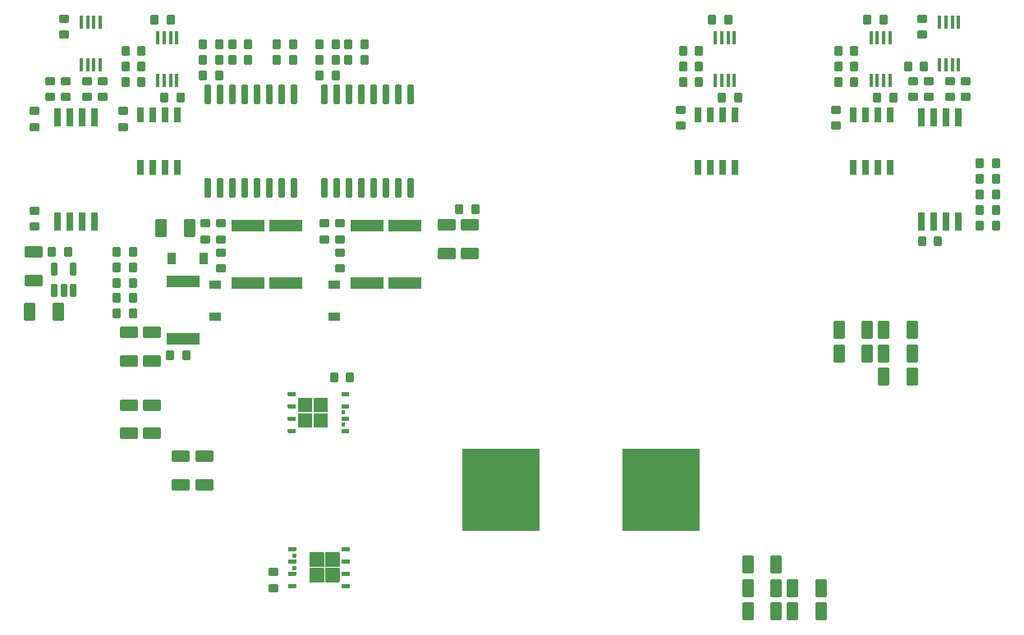
<source format=gbr>
%TF.GenerationSoftware,KiCad,Pcbnew,8.0.4*%
%TF.CreationDate,2024-08-07T19:09:05+02:00*%
%TF.ProjectId,ELE0124CL_power_buck,454c4530-3132-4344-934c-5f706f776572,1.0*%
%TF.SameCoordinates,Original*%
%TF.FileFunction,Paste,Top*%
%TF.FilePolarity,Positive*%
%FSLAX46Y46*%
G04 Gerber Fmt 4.6, Leading zero omitted, Abs format (unit mm)*
G04 Created by KiCad (PCBNEW 8.0.4) date 2024-08-07 19:09:05*
%MOMM*%
%LPD*%
G01*
G04 APERTURE LIST*
G04 Aperture macros list*
%AMRoundRect*
0 Rectangle with rounded corners*
0 $1 Rounding radius*
0 $2 $3 $4 $5 $6 $7 $8 $9 X,Y pos of 4 corners*
0 Add a 4 corners polygon primitive as box body*
4,1,4,$2,$3,$4,$5,$6,$7,$8,$9,$2,$3,0*
0 Add four circle primitives for the rounded corners*
1,1,$1+$1,$2,$3*
1,1,$1+$1,$4,$5*
1,1,$1+$1,$6,$7*
1,1,$1+$1,$8,$9*
0 Add four rect primitives between the rounded corners*
20,1,$1+$1,$2,$3,$4,$5,0*
20,1,$1+$1,$4,$5,$6,$7,0*
20,1,$1+$1,$6,$7,$8,$9,0*
20,1,$1+$1,$8,$9,$2,$3,0*%
G04 Aperture macros list end*
%ADD10C,0.000000*%
%ADD11RoundRect,0.050000X0.425000X-0.350000X0.425000X0.350000X-0.425000X0.350000X-0.425000X-0.350000X0*%
%ADD12RoundRect,0.050000X0.350000X0.425000X-0.350000X0.425000X-0.350000X-0.425000X0.350000X-0.425000X0*%
%ADD13RoundRect,0.050000X-0.425000X0.350000X-0.425000X-0.350000X0.425000X-0.350000X0.425000X0.350000X0*%
%ADD14RoundRect,0.050000X1.625000X-0.562500X1.625000X0.562500X-1.625000X0.562500X-1.625000X-0.562500X0*%
%ADD15RoundRect,0.050000X-0.525000X-0.850000X0.525000X-0.850000X0.525000X0.850000X-0.525000X0.850000X0*%
%ADD16RoundRect,0.050000X3.950000X4.200000X-3.950000X4.200000X-3.950000X-4.200000X3.950000X-4.200000X0*%
%ADD17RoundRect,0.050000X-0.250000X0.950000X-0.250000X-0.950000X0.250000X-0.950000X0.250000X0.950000X0*%
%ADD18RoundRect,0.050000X0.150000X-0.650000X0.150000X0.650000X-0.150000X0.650000X-0.150000X-0.650000X0*%
%ADD19RoundRect,0.050000X-0.850000X0.525000X-0.850000X-0.525000X0.850000X-0.525000X0.850000X0.525000X0*%
%ADD20RoundRect,0.050000X-0.350000X-0.425000X0.350000X-0.425000X0.350000X0.425000X-0.350000X0.425000X0*%
%ADD21RoundRect,0.050000X0.525000X0.850000X-0.525000X0.850000X-0.525000X-0.850000X0.525000X-0.850000X0*%
%ADD22RoundRect,0.050000X0.850000X-0.525000X0.850000X0.525000X-0.850000X0.525000X-0.850000X-0.525000X0*%
%ADD23RoundRect,0.050000X-1.625000X0.562500X-1.625000X-0.562500X1.625000X-0.562500X1.625000X0.562500X0*%
%ADD24RoundRect,0.050000X0.250000X-0.750000X0.250000X0.750000X-0.250000X0.750000X-0.250000X-0.750000X0*%
%ADD25RoundRect,0.050000X0.250000X-0.612500X0.250000X0.612500X-0.250000X0.612500X-0.250000X-0.612500X0*%
%ADD26RoundRect,0.050000X0.400000X0.550000X-0.400000X0.550000X-0.400000X-0.550000X0.400000X-0.550000X0*%
%ADD27RoundRect,0.050000X-0.550000X0.400000X-0.550000X-0.400000X0.550000X-0.400000X0.550000X0.400000X0*%
%ADD28RoundRect,0.050000X0.270000X-0.902500X0.270000X0.902500X-0.270000X0.902500X-0.270000X-0.902500X0*%
G04 APERTURE END LIST*
D10*
%TO.C,Q1*%
G36*
X108568097Y-101860078D02*
G01*
X108568097Y-101860078D01*
G75*
G02*
X108618097Y-101910078I3J-50022D01*
G01*
X108618097Y-102250078D01*
G75*
G02*
X108568097Y-102300078I-49997J-22D01*
G01*
X107848097Y-102300078D01*
G75*
G02*
X107798097Y-102250078I3J49978D01*
G01*
X107798097Y-101910078D01*
G75*
G02*
X107848097Y-101860078I50003J-22D01*
G01*
X108568097Y-101860078D01*
G37*
G36*
X108568097Y-103130078D02*
G01*
X108568097Y-103130078D01*
G75*
G02*
X108618097Y-103180078I3J-50022D01*
G01*
X108618097Y-103520078D01*
G75*
G02*
X108568097Y-103570078I-49997J-22D01*
G01*
X107848097Y-103570078D01*
G75*
G02*
X107798097Y-103520078I3J49978D01*
G01*
X107798097Y-103180078D01*
G75*
G02*
X107848097Y-103130078I50003J-22D01*
G01*
X108568097Y-103130078D01*
G37*
G36*
X108568097Y-104410000D02*
G01*
X108568097Y-104410000D01*
G75*
G02*
X108618097Y-104460000I3J-50000D01*
G01*
X108618097Y-104800000D01*
G75*
G02*
X108568097Y-104850000I-49997J0D01*
G01*
X107848097Y-104850000D01*
G75*
G02*
X107798097Y-104800000I3J50000D01*
G01*
X107798097Y-104460000D01*
G75*
G02*
X107848097Y-104410000I50003J0D01*
G01*
X108568097Y-104410000D01*
G37*
G36*
X108568097Y-105680000D02*
G01*
X108568097Y-105680000D01*
G75*
G02*
X108618097Y-105730000I3J-50000D01*
G01*
X108618097Y-106070000D01*
G75*
G02*
X108568097Y-106120000I-49997J0D01*
G01*
X107848097Y-106120000D01*
G75*
G02*
X107798097Y-106070000I3J50000D01*
G01*
X107798097Y-105730000D01*
G75*
G02*
X107848097Y-105680000I50003J0D01*
G01*
X108568097Y-105680000D01*
G37*
G36*
X110298097Y-102460000D02*
G01*
X110298097Y-102460000D01*
G75*
G02*
X110348097Y-102510000I3J-50000D01*
G01*
X110348097Y-103910000D01*
G75*
G02*
X110298097Y-103960000I-49997J0D01*
G01*
X108898097Y-103960000D01*
G75*
G02*
X108848097Y-103910000I3J50000D01*
G01*
X108848097Y-102510000D01*
G75*
G02*
X108898097Y-102460000I50003J0D01*
G01*
X110298097Y-102460000D01*
G37*
G36*
X110298097Y-104060000D02*
G01*
X110298097Y-104060000D01*
G75*
G02*
X110348097Y-104110000I3J-50000D01*
G01*
X110348097Y-105510000D01*
G75*
G02*
X110298097Y-105560000I-49997J0D01*
G01*
X108898097Y-105560000D01*
G75*
G02*
X108848097Y-105510000I3J50000D01*
G01*
X108848097Y-104110000D01*
G75*
G02*
X108898097Y-104060000I50003J0D01*
G01*
X110298097Y-104060000D01*
G37*
G36*
X111898097Y-102460000D02*
G01*
X111898097Y-102460000D01*
G75*
G02*
X111948097Y-102510000I3J-50000D01*
G01*
X111948097Y-103910000D01*
G75*
G02*
X111898097Y-103960000I-49997J0D01*
G01*
X110498097Y-103960000D01*
G75*
G02*
X110448097Y-103910000I3J50000D01*
G01*
X110448097Y-102510000D01*
G75*
G02*
X110498097Y-102460000I50003J0D01*
G01*
X111898097Y-102460000D01*
G37*
G36*
X111898097Y-104060000D02*
G01*
X111898097Y-104060000D01*
G75*
G02*
X111948097Y-104110000I3J-50000D01*
G01*
X111948097Y-105510000D01*
G75*
G02*
X111898097Y-105560000I-49997J0D01*
G01*
X110498097Y-105560000D01*
G75*
G02*
X110448097Y-105510000I3J50000D01*
G01*
X110448097Y-104110000D01*
G75*
G02*
X110498097Y-104060000I50003J0D01*
G01*
X111898097Y-104060000D01*
G37*
G36*
X114110000Y-101870000D02*
G01*
X114110000Y-101870000D01*
G75*
G02*
X114160000Y-101920000I0J-50000D01*
G01*
X114160000Y-102260000D01*
G75*
G02*
X114110000Y-102310000I-50000J0D01*
G01*
X113390000Y-102310000D01*
G75*
G02*
X113340000Y-102260000I0J50000D01*
G01*
X113340000Y-101920000D01*
G75*
G02*
X113390000Y-101870000I50000J0D01*
G01*
X114110000Y-101870000D01*
G37*
G36*
X114110000Y-103140000D02*
G01*
X114110000Y-103140000D01*
G75*
G02*
X114160000Y-103190000I0J-50000D01*
G01*
X114160000Y-103530000D01*
G75*
G02*
X114110000Y-103580000I-50000J0D01*
G01*
X113390000Y-103580000D01*
G75*
G02*
X113340000Y-103530000I0J50000D01*
G01*
X113340000Y-103190000D01*
G75*
G02*
X113390000Y-103140000I50000J0D01*
G01*
X114110000Y-103140000D01*
G37*
G36*
X114110000Y-104410000D02*
G01*
X114110000Y-104410000D01*
G75*
G02*
X114160000Y-104460000I0J-50000D01*
G01*
X114160000Y-104800000D01*
G75*
G02*
X114110000Y-104850000I-50000J0D01*
G01*
X113390000Y-104850000D01*
G75*
G02*
X113340000Y-104800000I0J50000D01*
G01*
X113340000Y-104460000D01*
G75*
G02*
X113390000Y-104410000I50000J0D01*
G01*
X114110000Y-104410000D01*
G37*
G36*
X114110000Y-105680000D02*
G01*
X114110000Y-105680000D01*
G75*
G02*
X114160000Y-105730000I0J-50000D01*
G01*
X114160000Y-106070000D01*
G75*
G02*
X114110000Y-106120000I-50000J0D01*
G01*
X113390000Y-106120000D01*
G75*
G02*
X113340000Y-106070000I0J50000D01*
G01*
X113340000Y-105730000D01*
G75*
G02*
X113390000Y-105680000I50000J0D01*
G01*
X114110000Y-105680000D01*
G37*
G36*
X113660000Y-103740000D02*
G01*
X113660000Y-103740000D01*
G75*
G02*
X113710000Y-103790000I0J-50000D01*
G01*
X113710000Y-104130000D01*
G75*
G02*
X113660000Y-104180000I-50000J0D01*
G01*
X113390000Y-104180000D01*
G75*
G02*
X113340000Y-104130000I0J50000D01*
G01*
X113340000Y-103790000D01*
G75*
G02*
X113390000Y-103740000I50000J0D01*
G01*
X113660000Y-103740000D01*
G37*
G36*
X113660000Y-105020000D02*
G01*
X113660000Y-105020000D01*
G75*
G02*
X113710000Y-105070000I0J-50000D01*
G01*
X113710000Y-105410000D01*
G75*
G02*
X113660000Y-105460000I-50000J0D01*
G01*
X113390000Y-105460000D01*
G75*
G02*
X113340000Y-105410000I0J50000D01*
G01*
X113340000Y-105070000D01*
G75*
G02*
X113390000Y-105020000I50000J0D01*
G01*
X113660000Y-105020000D01*
G37*
%TO.C,Q2*%
G36*
X108610000Y-118540000D02*
G01*
X108610000Y-118540000D01*
G75*
G02*
X108660000Y-118590000I0J-50000D01*
G01*
X108660000Y-118930000D01*
G75*
G02*
X108610000Y-118980000I-50000J0D01*
G01*
X108340000Y-118980000D01*
G75*
G02*
X108290000Y-118930000I0J50000D01*
G01*
X108290000Y-118590000D01*
G75*
G02*
X108340000Y-118540000I50000J0D01*
G01*
X108610000Y-118540000D01*
G37*
G36*
X108610000Y-119820000D02*
G01*
X108610000Y-119820000D01*
G75*
G02*
X108660000Y-119870000I0J-50000D01*
G01*
X108660000Y-120210000D01*
G75*
G02*
X108610000Y-120260000I-50000J0D01*
G01*
X108340000Y-120260000D01*
G75*
G02*
X108290000Y-120210000I0J50000D01*
G01*
X108290000Y-119870000D01*
G75*
G02*
X108340000Y-119820000I50000J0D01*
G01*
X108610000Y-119820000D01*
G37*
G36*
X108610000Y-117880000D02*
G01*
X108610000Y-117880000D01*
G75*
G02*
X108660000Y-117930000I0J-50000D01*
G01*
X108660000Y-118270000D01*
G75*
G02*
X108610000Y-118320000I-50000J0D01*
G01*
X107890000Y-118320000D01*
G75*
G02*
X107840000Y-118270000I0J50000D01*
G01*
X107840000Y-117930000D01*
G75*
G02*
X107890000Y-117880000I50000J0D01*
G01*
X108610000Y-117880000D01*
G37*
G36*
X108610000Y-119150000D02*
G01*
X108610000Y-119150000D01*
G75*
G02*
X108660000Y-119200000I0J-50000D01*
G01*
X108660000Y-119540000D01*
G75*
G02*
X108610000Y-119590000I-50000J0D01*
G01*
X107890000Y-119590000D01*
G75*
G02*
X107840000Y-119540000I0J50000D01*
G01*
X107840000Y-119200000D01*
G75*
G02*
X107890000Y-119150000I50000J0D01*
G01*
X108610000Y-119150000D01*
G37*
G36*
X108610000Y-120420000D02*
G01*
X108610000Y-120420000D01*
G75*
G02*
X108660000Y-120470000I0J-50000D01*
G01*
X108660000Y-120810000D01*
G75*
G02*
X108610000Y-120860000I-50000J0D01*
G01*
X107890000Y-120860000D01*
G75*
G02*
X107840000Y-120810000I0J50000D01*
G01*
X107840000Y-120470000D01*
G75*
G02*
X107890000Y-120420000I50000J0D01*
G01*
X108610000Y-120420000D01*
G37*
G36*
X108610000Y-121690000D02*
G01*
X108610000Y-121690000D01*
G75*
G02*
X108660000Y-121740000I0J-50000D01*
G01*
X108660000Y-122080000D01*
G75*
G02*
X108610000Y-122130000I-50000J0D01*
G01*
X107890000Y-122130000D01*
G75*
G02*
X107840000Y-122080000I0J50000D01*
G01*
X107840000Y-121740000D01*
G75*
G02*
X107890000Y-121690000I50000J0D01*
G01*
X108610000Y-121690000D01*
G37*
G36*
X111501903Y-118440000D02*
G01*
X111501903Y-118440000D01*
G75*
G02*
X111551903Y-118490000I-3J-50000D01*
G01*
X111551903Y-119890000D01*
G75*
G02*
X111501903Y-119940000I-50003J0D01*
G01*
X110101903Y-119940000D01*
G75*
G02*
X110051903Y-119890000I-3J50000D01*
G01*
X110051903Y-118490000D01*
G75*
G02*
X110101903Y-118440000I49997J0D01*
G01*
X111501903Y-118440000D01*
G37*
G36*
X111501903Y-120040000D02*
G01*
X111501903Y-120040000D01*
G75*
G02*
X111551903Y-120090000I-3J-50000D01*
G01*
X111551903Y-121490000D01*
G75*
G02*
X111501903Y-121540000I-50003J0D01*
G01*
X110101903Y-121540000D01*
G75*
G02*
X110051903Y-121490000I-3J50000D01*
G01*
X110051903Y-120090000D01*
G75*
G02*
X110101903Y-120040000I49997J0D01*
G01*
X111501903Y-120040000D01*
G37*
G36*
X113101903Y-118440000D02*
G01*
X113101903Y-118440000D01*
G75*
G02*
X113151903Y-118490000I-3J-50000D01*
G01*
X113151903Y-119890000D01*
G75*
G02*
X113101903Y-119940000I-50003J0D01*
G01*
X111701903Y-119940000D01*
G75*
G02*
X111651903Y-119890000I-3J50000D01*
G01*
X111651903Y-118490000D01*
G75*
G02*
X111701903Y-118440000I49997J0D01*
G01*
X113101903Y-118440000D01*
G37*
G36*
X113101903Y-120040000D02*
G01*
X113101903Y-120040000D01*
G75*
G02*
X113151903Y-120090000I-3J-50000D01*
G01*
X113151903Y-121490000D01*
G75*
G02*
X113101903Y-121540000I-50003J0D01*
G01*
X111701903Y-121540000D01*
G75*
G02*
X111651903Y-121490000I-3J50000D01*
G01*
X111651903Y-120090000D01*
G75*
G02*
X111701903Y-120040000I49997J0D01*
G01*
X113101903Y-120040000D01*
G37*
G36*
X114151903Y-117880000D02*
G01*
X114151903Y-117880000D01*
G75*
G02*
X114201903Y-117930000I-3J-50000D01*
G01*
X114201903Y-118270000D01*
G75*
G02*
X114151903Y-118320000I-50003J0D01*
G01*
X113431903Y-118320000D01*
G75*
G02*
X113381903Y-118270000I-3J50000D01*
G01*
X113381903Y-117930000D01*
G75*
G02*
X113431903Y-117880000I49997J0D01*
G01*
X114151903Y-117880000D01*
G37*
G36*
X114151903Y-119150000D02*
G01*
X114151903Y-119150000D01*
G75*
G02*
X114201903Y-119200000I-3J-50000D01*
G01*
X114201903Y-119540000D01*
G75*
G02*
X114151903Y-119590000I-50003J0D01*
G01*
X113431903Y-119590000D01*
G75*
G02*
X113381903Y-119540000I-3J50000D01*
G01*
X113381903Y-119200000D01*
G75*
G02*
X113431903Y-119150000I49997J0D01*
G01*
X114151903Y-119150000D01*
G37*
G36*
X114151903Y-120429922D02*
G01*
X114151903Y-120429922D01*
G75*
G02*
X114201903Y-120479922I-3J-49978D01*
G01*
X114201903Y-120819922D01*
G75*
G02*
X114151903Y-120869922I-50003J22D01*
G01*
X113431903Y-120869922D01*
G75*
G02*
X113381903Y-120819922I-3J50022D01*
G01*
X113381903Y-120479922D01*
G75*
G02*
X113431903Y-120429922I49997J22D01*
G01*
X114151903Y-120429922D01*
G37*
G36*
X114151903Y-121699922D02*
G01*
X114151903Y-121699922D01*
G75*
G02*
X114201903Y-121749922I-3J-49978D01*
G01*
X114201903Y-122089922D01*
G75*
G02*
X114151903Y-122139922I-50003J22D01*
G01*
X113431903Y-122139922D01*
G75*
G02*
X113381903Y-122089922I-3J50022D01*
G01*
X113381903Y-121749922D01*
G75*
G02*
X113431903Y-121699922I49997J22D01*
G01*
X114151903Y-121699922D01*
G37*
%TD*%
D11*
%TO.C,C33*%
X100900000Y-86125000D03*
X100900000Y-84475000D03*
%TD*%
D12*
%TO.C,R32*%
X180825000Y-81500000D03*
X179175000Y-81500000D03*
%TD*%
%TO.C,C48*%
X166225000Y-66700000D03*
X164575000Y-66700000D03*
%TD*%
D13*
%TO.C,C40*%
X84700000Y-63375000D03*
X84700000Y-65025000D03*
%TD*%
D11*
%TO.C,R24*%
X84900000Y-71425000D03*
X84900000Y-69775000D03*
%TD*%
D12*
%TO.C,D3*%
X115725000Y-66000000D03*
X114075000Y-66000000D03*
%TD*%
D13*
%TO.C,C37*%
X81700000Y-72875000D03*
X81700000Y-74525000D03*
%TD*%
%TO.C,R27*%
X87100000Y-69775000D03*
X87100000Y-71425000D03*
%TD*%
D14*
%TO.C,R10*%
X97000000Y-96362500D03*
X97000000Y-90437500D03*
%TD*%
D12*
%TO.C,R29*%
X92730000Y-68300000D03*
X91080000Y-68300000D03*
%TD*%
D13*
%TO.C,C10*%
X148300000Y-72775000D03*
X148300000Y-74425000D03*
%TD*%
D15*
%TO.C,C20*%
X159825000Y-122100000D03*
X162775000Y-122100000D03*
%TD*%
D16*
%TO.C,L1*%
X129750000Y-112000000D03*
X146250000Y-112000000D03*
%TD*%
D11*
%TO.C,C34*%
X113200000Y-86125000D03*
X113200000Y-84475000D03*
%TD*%
D17*
%TO.C,U4*%
X120450000Y-71200000D03*
X119175000Y-71200000D03*
X117905000Y-71200000D03*
X116635000Y-71200000D03*
X115365000Y-71200000D03*
X114095000Y-71200000D03*
X112825000Y-71200000D03*
X111555000Y-71200000D03*
X111555000Y-80800000D03*
X112825000Y-80800000D03*
X114095000Y-80800000D03*
X115365000Y-80800000D03*
X116635000Y-80800000D03*
X117905000Y-80800000D03*
X119175000Y-80800000D03*
X120450000Y-80800000D03*
%TD*%
D18*
%TO.C,U7*%
X94430000Y-69700000D03*
X95080000Y-69700000D03*
X95730000Y-69700000D03*
X96380000Y-69700000D03*
X96380000Y-65300000D03*
X95730000Y-65300000D03*
X95080000Y-65300000D03*
X94430000Y-65300000D03*
%TD*%
D19*
%TO.C,C5*%
X96800000Y-108525000D03*
X96800000Y-111475000D03*
%TD*%
D20*
%TO.C,R34*%
X168575000Y-71500000D03*
X170225000Y-71500000D03*
%TD*%
D13*
%TO.C,C38*%
X90805000Y-72875000D03*
X90805000Y-74525000D03*
%TD*%
D12*
%TO.C,R39*%
X166225000Y-69900000D03*
X164575000Y-69900000D03*
%TD*%
D13*
%TO.C,R26*%
X83300000Y-69775000D03*
X83300000Y-71425000D03*
%TD*%
D20*
%TO.C,C39*%
X94080000Y-63500000D03*
X95730000Y-63500000D03*
%TD*%
D19*
%TO.C,C51*%
X81600000Y-87425000D03*
X81600000Y-90375000D03*
%TD*%
D20*
%TO.C,R21*%
X90175000Y-90600000D03*
X91825000Y-90600000D03*
%TD*%
D21*
%TO.C,C15*%
X167575000Y-97900000D03*
X164625000Y-97900000D03*
%TD*%
D15*
%TO.C,C12*%
X159825000Y-124500000D03*
X162775000Y-124500000D03*
%TD*%
D22*
%TO.C,C3*%
X91400000Y-106175000D03*
X91400000Y-103225000D03*
%TD*%
D20*
%TO.C,C42*%
X179175000Y-78300000D03*
X180825000Y-78300000D03*
%TD*%
D23*
%TO.C,R13*%
X103700000Y-84737500D03*
X103700000Y-90662500D03*
%TD*%
%TO.C,R14*%
X116000000Y-84737500D03*
X116000000Y-90662500D03*
%TD*%
D20*
%TO.C,C46*%
X167575000Y-63500000D03*
X169225000Y-63500000D03*
%TD*%
D15*
%TO.C,C17*%
X169225000Y-95500000D03*
X172175000Y-95500000D03*
%TD*%
D11*
%TO.C,C44*%
X172300000Y-71425000D03*
X172300000Y-69775000D03*
%TD*%
%TO.C,R42*%
X106300000Y-122125000D03*
X106300000Y-120475000D03*
%TD*%
D12*
%TO.C,C41*%
X92730000Y-66700000D03*
X91080000Y-66700000D03*
%TD*%
D19*
%TO.C,C29*%
X93800000Y-95725000D03*
X93800000Y-98675000D03*
%TD*%
D24*
%TO.C,U9*%
X166095000Y-78700000D03*
X167365000Y-78700000D03*
X168635000Y-78700000D03*
X169905000Y-78700000D03*
X169905000Y-73300000D03*
X168635000Y-73300000D03*
X167365000Y-73300000D03*
X166095000Y-73300000D03*
%TD*%
D12*
%TO.C,R20*%
X91825000Y-92200000D03*
X90175000Y-92200000D03*
%TD*%
%TO.C,R3*%
X150225000Y-68300000D03*
X148575000Y-68300000D03*
%TD*%
D20*
%TO.C,R41*%
X112575000Y-100400000D03*
X114225000Y-100400000D03*
%TD*%
%TO.C,R1*%
X152575000Y-71500000D03*
X154225000Y-71500000D03*
%TD*%
%TO.C,R33*%
X179175000Y-79900000D03*
X180825000Y-79900000D03*
%TD*%
D12*
%TO.C,D2*%
X103725000Y-67600000D03*
X102075000Y-67600000D03*
%TD*%
D21*
%TO.C,C21*%
X158175000Y-119700000D03*
X155225000Y-119700000D03*
%TD*%
D11*
%TO.C,R16*%
X113200000Y-89125000D03*
X113200000Y-87475000D03*
%TD*%
%TO.C,R36*%
X177700000Y-71425000D03*
X177700000Y-69775000D03*
%TD*%
D12*
%TO.C,R2*%
X150225000Y-69900000D03*
X148575000Y-69900000D03*
%TD*%
D20*
%TO.C,C27*%
X95675000Y-98100000D03*
X97325000Y-98100000D03*
%TD*%
D25*
%TO.C,U13*%
X83750000Y-91437500D03*
X84700000Y-91437500D03*
X85650000Y-91437500D03*
X85650000Y-89162500D03*
X83750000Y-89162500D03*
%TD*%
D13*
%TO.C,R38*%
X176100000Y-69775000D03*
X176100000Y-71425000D03*
%TD*%
D21*
%TO.C,C16*%
X167575000Y-95500000D03*
X164625000Y-95500000D03*
%TD*%
D12*
%TO.C,C24*%
X100725000Y-69200000D03*
X99075000Y-69200000D03*
%TD*%
D11*
%TO.C,R25*%
X88700000Y-71425000D03*
X88700000Y-69775000D03*
%TD*%
D13*
%TO.C,C47*%
X173200000Y-63375000D03*
X173200000Y-65025000D03*
%TD*%
D15*
%TO.C,C26*%
X94725000Y-85000000D03*
X97675000Y-85000000D03*
%TD*%
D12*
%TO.C,R37*%
X173425000Y-68300000D03*
X171775000Y-68300000D03*
%TD*%
%TO.C,D1*%
X103725000Y-66000000D03*
X102075000Y-66000000D03*
%TD*%
D21*
%TO.C,C13*%
X158175000Y-124500000D03*
X155225000Y-124500000D03*
%TD*%
D12*
%TO.C,C25*%
X112725000Y-69200000D03*
X111075000Y-69200000D03*
%TD*%
D19*
%TO.C,C31*%
X91400000Y-95725000D03*
X91400000Y-98675000D03*
%TD*%
D12*
%TO.C,R40*%
X166225000Y-68300000D03*
X164575000Y-68300000D03*
%TD*%
%TO.C,R28*%
X92730000Y-69900000D03*
X91080000Y-69900000D03*
%TD*%
D20*
%TO.C,R8*%
X106675000Y-67600000D03*
X108325000Y-67600000D03*
%TD*%
D11*
%TO.C,R18*%
X111600000Y-86125000D03*
X111600000Y-84475000D03*
%TD*%
D20*
%TO.C,C14*%
X151575000Y-63500000D03*
X153225000Y-63500000D03*
%TD*%
D15*
%TO.C,C19*%
X169225000Y-97900000D03*
X172175000Y-97900000D03*
%TD*%
D20*
%TO.C,R23*%
X95080000Y-71500000D03*
X96730000Y-71500000D03*
%TD*%
D11*
%TO.C,R35*%
X173900000Y-71425000D03*
X173900000Y-69775000D03*
%TD*%
D12*
%TO.C,R22*%
X91825000Y-89000000D03*
X90175000Y-89000000D03*
%TD*%
D26*
%TO.C,D5*%
X95850000Y-88100000D03*
X99150000Y-88100000D03*
%TD*%
D21*
%TO.C,C23*%
X158175000Y-122100000D03*
X155225000Y-122100000D03*
%TD*%
D27*
%TO.C,D6*%
X100300000Y-94150000D03*
X100300000Y-90850000D03*
%TD*%
D15*
%TO.C,C49*%
X81225000Y-93600000D03*
X84175000Y-93600000D03*
%TD*%
D23*
%TO.C,R11*%
X107600000Y-84737500D03*
X107600000Y-90662500D03*
%TD*%
D28*
%TO.C,U10*%
X173095000Y-84300000D03*
X174365000Y-84300000D03*
X175635000Y-84300000D03*
X176905000Y-84300000D03*
X176905000Y-73500000D03*
X175635000Y-73500000D03*
X174365000Y-73500000D03*
X173095000Y-73500000D03*
%TD*%
D24*
%TO.C,U1*%
X150095000Y-78700000D03*
X151365000Y-78700000D03*
X152635000Y-78700000D03*
X153905000Y-78700000D03*
X153905000Y-73300000D03*
X152635000Y-73300000D03*
X151365000Y-73300000D03*
X150095000Y-73300000D03*
%TD*%
D19*
%TO.C,C32*%
X124200000Y-84625000D03*
X124200000Y-87575000D03*
%TD*%
D20*
%TO.C,C43*%
X173175000Y-86300000D03*
X174825000Y-86300000D03*
%TD*%
D11*
%TO.C,C36*%
X81700000Y-84825000D03*
X81700000Y-83175000D03*
%TD*%
D22*
%TO.C,C4*%
X93800000Y-106175000D03*
X93800000Y-103225000D03*
%TD*%
D23*
%TO.C,R12*%
X119900000Y-84737500D03*
X119900000Y-90662500D03*
%TD*%
D12*
%TO.C,R30*%
X180825000Y-84700000D03*
X179175000Y-84700000D03*
%TD*%
D24*
%TO.C,U5*%
X92600000Y-78700000D03*
X93870000Y-78700000D03*
X95140000Y-78700000D03*
X96410000Y-78700000D03*
X96410000Y-73300000D03*
X95140000Y-73300000D03*
X93870000Y-73300000D03*
X92600000Y-73300000D03*
%TD*%
D27*
%TO.C,D7*%
X112600000Y-94150000D03*
X112600000Y-90850000D03*
%TD*%
D18*
%TO.C,U8*%
X86525000Y-68100000D03*
X87175000Y-68100000D03*
X87825000Y-68100000D03*
X88475000Y-68100000D03*
X88475000Y-63700000D03*
X87825000Y-63700000D03*
X87175000Y-63700000D03*
X86525000Y-63700000D03*
%TD*%
D11*
%TO.C,R15*%
X100900000Y-89125000D03*
X100900000Y-87475000D03*
%TD*%
D20*
%TO.C,R6*%
X111075000Y-66000000D03*
X112725000Y-66000000D03*
%TD*%
D12*
%TO.C,C35*%
X91825000Y-87400000D03*
X90175000Y-87400000D03*
%TD*%
D20*
%TO.C,R4*%
X99075000Y-66000000D03*
X100725000Y-66000000D03*
%TD*%
D15*
%TO.C,C22*%
X169225000Y-100300000D03*
X172175000Y-100300000D03*
%TD*%
D18*
%TO.C,U12*%
X175025000Y-68100000D03*
X175675000Y-68100000D03*
X176325000Y-68100000D03*
X176975000Y-68100000D03*
X176975000Y-63700000D03*
X176325000Y-63700000D03*
X175675000Y-63700000D03*
X175025000Y-63700000D03*
%TD*%
D12*
%TO.C,D4*%
X115725000Y-67600000D03*
X114075000Y-67600000D03*
%TD*%
D20*
%TO.C,C50*%
X83475000Y-87400000D03*
X85125000Y-87400000D03*
%TD*%
%TO.C,R19*%
X90175000Y-93800000D03*
X91825000Y-93800000D03*
%TD*%
%TO.C,R31*%
X179175000Y-83100000D03*
X180825000Y-83100000D03*
%TD*%
D19*
%TO.C,C6*%
X99200000Y-108525000D03*
X99200000Y-111475000D03*
%TD*%
D11*
%TO.C,R17*%
X99300000Y-86125000D03*
X99300000Y-84475000D03*
%TD*%
D17*
%TO.C,U3*%
X108450000Y-71200000D03*
X107175000Y-71200000D03*
X105905000Y-71200000D03*
X104635000Y-71200000D03*
X103365000Y-71200000D03*
X102095000Y-71200000D03*
X100825000Y-71200000D03*
X99555000Y-71200000D03*
X99555000Y-80800000D03*
X100825000Y-80800000D03*
X102095000Y-80800000D03*
X103365000Y-80800000D03*
X104635000Y-80800000D03*
X105905000Y-80800000D03*
X107175000Y-80800000D03*
X108450000Y-80800000D03*
%TD*%
D12*
%TO.C,C18*%
X150225000Y-66700000D03*
X148575000Y-66700000D03*
%TD*%
D18*
%TO.C,U2*%
X151900000Y-69700000D03*
X152550000Y-69700000D03*
X153200000Y-69700000D03*
X153850000Y-69700000D03*
X153850000Y-65300000D03*
X153200000Y-65300000D03*
X152550000Y-65300000D03*
X151900000Y-65300000D03*
%TD*%
D19*
%TO.C,C30*%
X126600000Y-84625000D03*
X126600000Y-87575000D03*
%TD*%
D20*
%TO.C,C28*%
X125475000Y-83000000D03*
X127125000Y-83000000D03*
%TD*%
D18*
%TO.C,U11*%
X167925000Y-69700000D03*
X168575000Y-69700000D03*
X169225000Y-69700000D03*
X169875000Y-69700000D03*
X169875000Y-65300000D03*
X169225000Y-65300000D03*
X168575000Y-65300000D03*
X167925000Y-65300000D03*
%TD*%
D20*
%TO.C,R9*%
X106675000Y-66000000D03*
X108325000Y-66000000D03*
%TD*%
%TO.C,R5*%
X99075000Y-67600000D03*
X100725000Y-67600000D03*
%TD*%
D28*
%TO.C,U6*%
X84095000Y-84300000D03*
X85365000Y-84300000D03*
X86635000Y-84300000D03*
X87905000Y-84300000D03*
X87905000Y-73500000D03*
X86635000Y-73500000D03*
X85365000Y-73500000D03*
X84095000Y-73500000D03*
%TD*%
D13*
%TO.C,C45*%
X164300000Y-72775000D03*
X164300000Y-74425000D03*
%TD*%
D20*
%TO.C,R7*%
X111075000Y-67600000D03*
X112725000Y-67600000D03*
%TD*%
M02*

</source>
